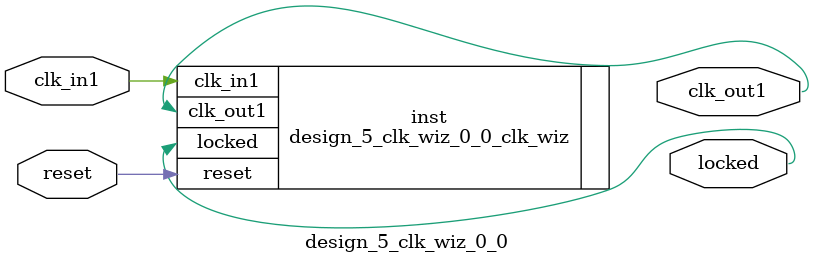
<source format=v>


`timescale 1ps/1ps

(* CORE_GENERATION_INFO = "design_5_clk_wiz_0_0,clk_wiz_v5_4_3_0,{component_name=design_5_clk_wiz_0_0,use_phase_alignment=true,use_min_o_jitter=false,use_max_i_jitter=false,use_dyn_phase_shift=false,use_inclk_switchover=false,use_dyn_reconfig=false,enable_axi=0,feedback_source=FDBK_AUTO,PRIMITIVE=MMCM,num_out_clk=1,clkin1_period=10.000,clkin2_period=10.000,use_power_down=false,use_reset=true,use_locked=true,use_inclk_stopped=false,feedback_type=SINGLE,CLOCK_MGR_TYPE=NA,manual_override=false}" *)

module design_5_clk_wiz_0_0 
 (
  // Clock out ports
  output        clk_out1,
  // Status and control signals
  input         reset,
  output        locked,
 // Clock in ports
  input         clk_in1
 );

  design_5_clk_wiz_0_0_clk_wiz inst
  (
  // Clock out ports  
  .clk_out1(clk_out1),
  // Status and control signals               
  .reset(reset), 
  .locked(locked),
 // Clock in ports
  .clk_in1(clk_in1)
  );

endmodule

</source>
